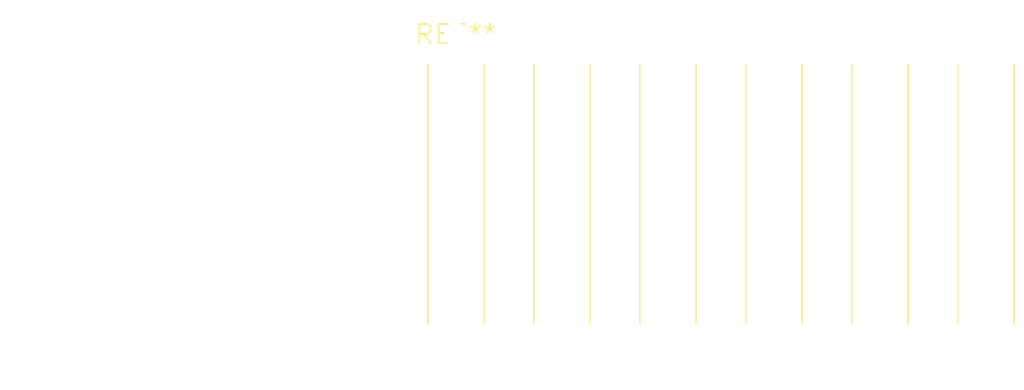
<source format=kicad_pcb>
(kicad_pcb (version 20240108) (generator pcbnew)
  (layers (0 "F.Cu" signal) (31 "B.Cu" signal) (34 "B.Paste" user) (35 "F.Paste" user) (36 "B.SilkS" user "B.Silkscreen") (37 "F.SilkS" user "F.Silkscreen") (38 "B.Mask" user) (39 "F.Mask" user) (44 "Edge.Cuts" user))
  (net 0 "")
  (footprint "SolderWire-0.75sqmm_1x06_P7mm_D1.25mm_OD3.5mm_Relief" (layer "F.Cu") (at 0 0)
    (property "Reference" "REF**")
    (property "Value" "SolderWire-0.75sqmm_1x06_P7mm_D1.25mm_OD3.5mm_Relief")
    (fp_line (start -1.86 2.01) (end -1.86 19.14) (layer "F.SilkS") (stroke (width 0.12)))
    (fp_line (start 1.86 2.01) (end 1.86 19.14) (layer "F.SilkS") (stroke (width 0.12)))
    (fp_line (start 5.14 2.01) (end 5.14 19.14) (layer "F.SilkS") (stroke (width 0.12)))
    (fp_line (start 8.86 2.01) (end 8.86 19.14) (layer "F.SilkS") (stroke (width 0.12)))
    (fp_line (start 12.14 2.01) (end 12.14 19.14) (layer "F.SilkS") (stroke (width 0.12)))
    (fp_line (start 15.86 2.01) (end 15.86 19.14) (layer "F.SilkS") (stroke (width 0.12)))
    (fp_line (start 19.14 2.01) (end 19.14 19.14) (layer "F.SilkS") (stroke (width 0.12)))
    (fp_line (start 22.86 2.01) (end 22.86 19.14) (layer "F.SilkS") (stroke (width 0.12)))
    (fp_line (start 26.14 2.01) (end 26.14 19.14) (layer "F.SilkS") (stroke (width 0.12)))
    (fp_line (start 29.86 2.01) (end 29.86 19.14) (layer "F.SilkS") (stroke (width 0.12)))
    (fp_line (start 33.14 2.01) (end 33.14 19.14) (layer "F.SilkS") (stroke (width 0.12)))
    (fp_line (start 36.86 2.01) (end 36.86 19.14) (layer "F.SilkS") (stroke (width 0.12)))
    (pad "" np_thru_hole circle (at 0 21) (size 4 4) (drill 4) (layers *.Cu *.Mask))
    (pad "" np_thru_hole circle (at 7 21) (size 4 4) (drill 4) (layers *.Cu *.Mask))
    (pad "" np_thru_hole circle (at 14 21) (size 4 4) (drill 4) (layers *.Cu *.Mask))
    (pad "" np_thru_hole circle (at 21 21) (size 4 4) (drill 4) (layers *.Cu *.Mask))
    (pad "" np_thru_hole circle (at 28 21) (size 4 4) (drill 4) (layers *.Cu *.Mask))
    (pad "" np_thru_hole circle (at 35 21) (size 4 4) (drill 4) (layers *.Cu *.Mask))
    (pad "1" thru_hole roundrect (at 0 0) (size 3.5 3.5) (drill 1.55) (layers *.Cu *.Mask) (remove_unused_layers) (roundrect_rratio 0.071429))
    (pad "2" thru_hole circle (at 7 0) (size 3.5 3.5) (drill 1.55) (layers *.Cu *.Mask) (remove_unused_layers))
    (pad "3" thru_hole circle (at 14 0) (size 3.5 3.5) (drill 1.55) (layers *.Cu *.Mask) (remove_unused_layers))
    (pad "4" thru_hole circle (at 21 0) (size 3.5 3.5) (drill 1.55) (layers *.Cu *.Mask) (remove_unused_layers))
    (pad "5" thru_hole circle (at 28 0) (size 3.5 3.5) (drill 1.55) (layers *.Cu *.Mask) (remove_unused_layers))
    (pad "6" thru_hole circle (at 35 0) (size 3.5 3.5) (drill 1.55) (layers *.Cu *.Mask) (remove_unused_layers))
  )
)
</source>
